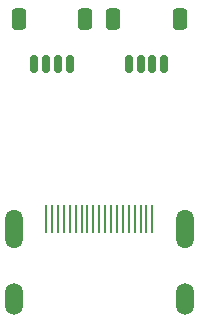
<source format=gbr>
%TF.GenerationSoftware,KiCad,Pcbnew,(6.0.6)*%
%TF.CreationDate,2022-06-22T16:25:05-06:00*%
%TF.ProjectId,15Pin_Fanout_Diodes,31355069-6e5f-4466-916e-6f75745f4469,rev?*%
%TF.SameCoordinates,Original*%
%TF.FileFunction,Soldermask,Top*%
%TF.FilePolarity,Negative*%
%FSLAX46Y46*%
G04 Gerber Fmt 4.6, Leading zero omitted, Abs format (unit mm)*
G04 Created by KiCad (PCBNEW (6.0.6)) date 2022-06-22 16:25:05*
%MOMM*%
%LPD*%
G01*
G04 APERTURE LIST*
G04 Aperture macros list*
%AMRoundRect*
0 Rectangle with rounded corners*
0 $1 Rounding radius*
0 $2 $3 $4 $5 $6 $7 $8 $9 X,Y pos of 4 corners*
0 Add a 4 corners polygon primitive as box body*
4,1,4,$2,$3,$4,$5,$6,$7,$8,$9,$2,$3,0*
0 Add four circle primitives for the rounded corners*
1,1,$1+$1,$2,$3*
1,1,$1+$1,$4,$5*
1,1,$1+$1,$6,$7*
1,1,$1+$1,$8,$9*
0 Add four rect primitives between the rounded corners*
20,1,$1+$1,$2,$3,$4,$5,0*
20,1,$1+$1,$4,$5,$6,$7,0*
20,1,$1+$1,$6,$7,$8,$9,0*
20,1,$1+$1,$8,$9,$2,$3,0*%
G04 Aperture macros list end*
%ADD10RoundRect,0.150000X0.150000X0.625000X-0.150000X0.625000X-0.150000X-0.625000X0.150000X-0.625000X0*%
%ADD11RoundRect,0.250000X0.350000X0.650000X-0.350000X0.650000X-0.350000X-0.650000X0.350000X-0.650000X0*%
%ADD12O,0.250000X2.400000*%
%ADD13O,1.500000X2.700000*%
%ADD14O,1.500000X3.300000*%
G04 APERTURE END LIST*
D10*
%TO.C,J6*%
X5500000Y16500000D03*
X4500000Y16500000D03*
X3500000Y16500000D03*
X2500000Y16500000D03*
D11*
X6800000Y20375000D03*
X1200000Y20375000D03*
%TD*%
D10*
%TO.C,J7*%
X-2500000Y16500000D03*
X-3500000Y16500000D03*
X-4500000Y16500000D03*
X-5500000Y16500000D03*
D11*
X-1200000Y20375000D03*
X-6800000Y20375000D03*
%TD*%
D12*
%TO.C,J1*%
X4501000Y3396000D03*
X4001000Y3396000D03*
X3501000Y3396000D03*
X3001000Y3396000D03*
X2500000Y3396000D03*
X2000000Y3396000D03*
X1500000Y3396000D03*
X1000000Y3396000D03*
X500000Y3396000D03*
X0Y3396000D03*
X-500000Y3396000D03*
X-1000000Y3396000D03*
X-1500000Y3396000D03*
X-2000000Y3396000D03*
X-2500000Y3396000D03*
X-3001000Y3396000D03*
X-3501000Y3396000D03*
X-4001000Y3396000D03*
X-4501000Y3396000D03*
D13*
X7250000Y-3396000D03*
X-7250000Y-3396000D03*
D14*
X7250000Y2564000D03*
X-7250000Y2564000D03*
%TD*%
M02*

</source>
